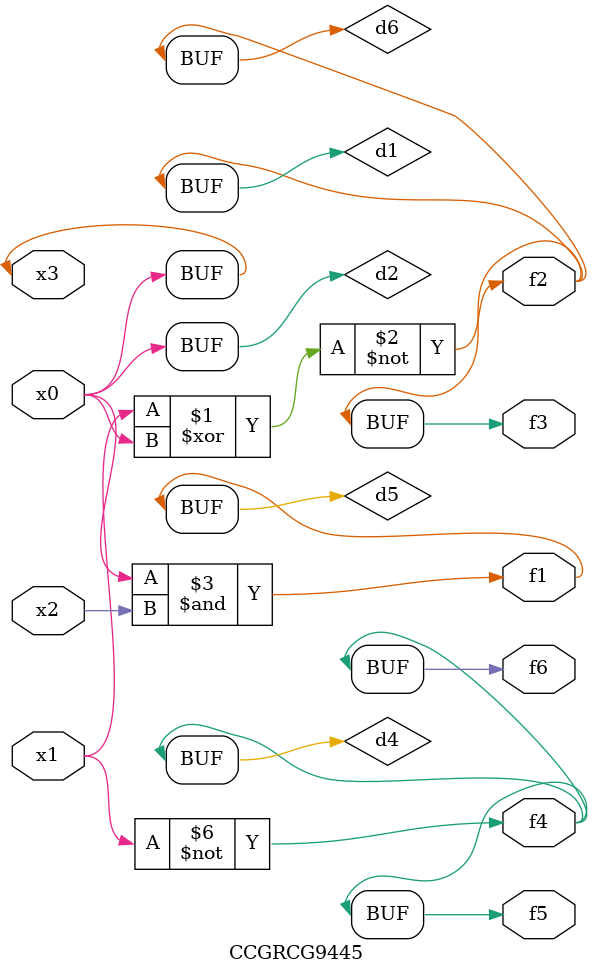
<source format=v>
module CCGRCG9445(
	input x0, x1, x2, x3,
	output f1, f2, f3, f4, f5, f6
);

	wire d1, d2, d3, d4, d5, d6;

	xnor (d1, x1, x3);
	buf (d2, x0, x3);
	nand (d3, x0, x2);
	not (d4, x1);
	nand (d5, d3);
	or (d6, d1);
	assign f1 = d5;
	assign f2 = d6;
	assign f3 = d6;
	assign f4 = d4;
	assign f5 = d4;
	assign f6 = d4;
endmodule

</source>
